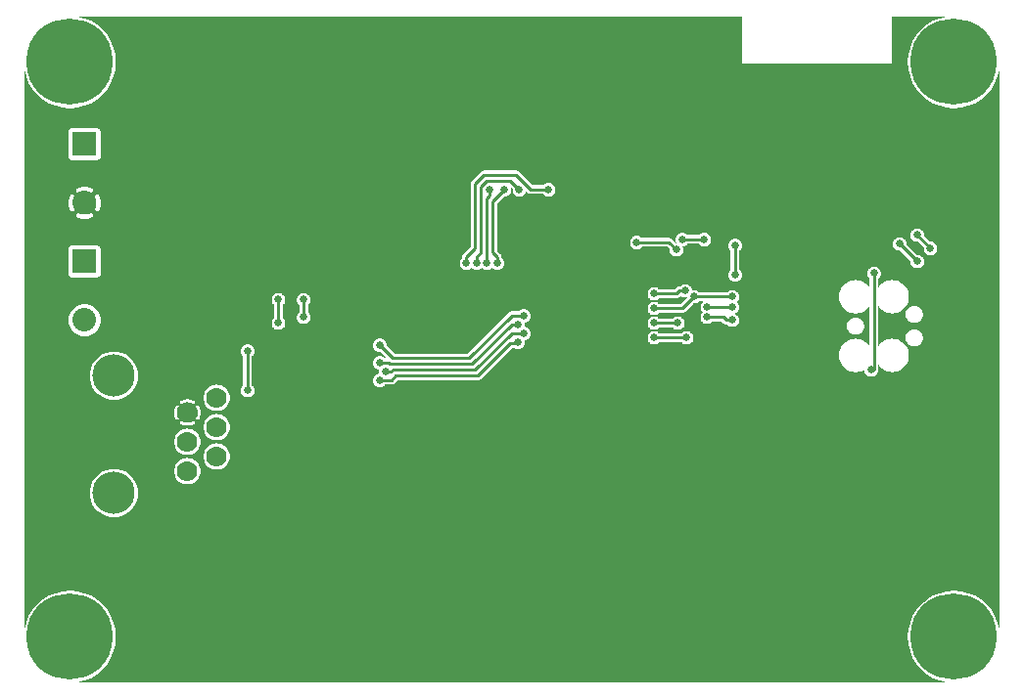
<source format=gbr>
G04 start of page 3 for group 1 idx 1 *
G04 Title: (unknown), bottom *
G04 Creator: pcb 4.0.2 *
G04 CreationDate: Sun Oct 16 03:55:39 2022 UTC *
G04 For: ndholmes *
G04 Format: Gerber/RS-274X *
G04 PCB-Dimensions (mil): 3350.00 2300.00 *
G04 PCB-Coordinate-Origin: lower left *
%MOIN*%
%FSLAX25Y25*%
%LNBOTTOM*%
%ADD44C,0.0480*%
%ADD43C,0.0300*%
%ADD42C,0.1280*%
%ADD41C,0.1285*%
%ADD40C,0.0390*%
%ADD39C,0.0935*%
%ADD38C,0.0120*%
%ADD37C,0.0260*%
%ADD36C,0.0800*%
%ADD35C,0.0700*%
%ADD34C,0.1440*%
%ADD33C,0.2937*%
%ADD32C,0.0100*%
%ADD31C,0.0001*%
G54D31*G36*
X302496Y14393D02*X303038Y12138D01*
X303982Y9858D01*
X305272Y7753D01*
X306876Y5876D01*
X308753Y4272D01*
X310858Y2982D01*
X313138Y2038D01*
X315378Y1500D01*
X302496D01*
Y14393D01*
G37*
G36*
X307746Y201132D02*X308753Y200272D01*
X310858Y198982D01*
X313138Y198038D01*
X315539Y197461D01*
X318000Y197268D01*
X320461Y197461D01*
X322862Y198038D01*
X325142Y198982D01*
X327247Y200272D01*
X329124Y201876D01*
X330728Y203753D01*
X332018Y205858D01*
X332962Y208138D01*
X333500Y210378D01*
Y19622D01*
X332962Y21862D01*
X332018Y24142D01*
X330728Y26247D01*
X329124Y28124D01*
X327247Y29728D01*
X325142Y31018D01*
X322862Y31962D01*
X320461Y32539D01*
X318000Y32732D01*
X315539Y32539D01*
X313138Y31962D01*
X310858Y31018D01*
X308753Y29728D01*
X307746Y28868D01*
Y144505D01*
X307779Y144639D01*
X307800Y145000D01*
X307779Y145361D01*
X307746Y145495D01*
Y149034D01*
X307806Y148787D01*
X307944Y148453D01*
X308134Y148144D01*
X308369Y147869D01*
X308644Y147634D01*
X308953Y147444D01*
X309287Y147306D01*
X309639Y147221D01*
X310000Y147193D01*
X310361Y147221D01*
X310713Y147306D01*
X311047Y147444D01*
X311356Y147634D01*
X311631Y147869D01*
X311866Y148144D01*
X312056Y148453D01*
X312194Y148787D01*
X312279Y149139D01*
X312300Y149500D01*
X312279Y149861D01*
X312194Y150213D01*
X312056Y150547D01*
X311866Y150856D01*
X311631Y151131D01*
X311356Y151366D01*
X311047Y151556D01*
X310713Y151694D01*
X310361Y151779D01*
X310000Y151807D01*
X309828Y151794D01*
X307790Y153831D01*
X307800Y154000D01*
X307779Y154361D01*
X307746Y154495D01*
Y201132D01*
G37*
G36*
Y28868D02*X306876Y28124D01*
X305272Y26247D01*
X303982Y24142D01*
X303038Y21862D01*
X302496Y19607D01*
Y111585D01*
X302622Y112109D01*
X302675Y113000D01*
X302622Y113891D01*
X302496Y114415D01*
Y116832D01*
X302761Y116606D01*
X303157Y116363D01*
X303586Y116186D01*
X304037Y116077D01*
X304500Y116041D01*
X304963Y116077D01*
X305414Y116186D01*
X305843Y116363D01*
X306239Y116606D01*
X306592Y116908D01*
X306894Y117261D01*
X307137Y117657D01*
X307314Y118086D01*
X307423Y118537D01*
X307450Y119000D01*
X307423Y119463D01*
X307314Y119914D01*
X307137Y120343D01*
X306894Y120739D01*
X306592Y121092D01*
X306239Y121394D01*
X305843Y121637D01*
X305414Y121814D01*
X304963Y121923D01*
X304500Y121959D01*
X304037Y121923D01*
X303586Y121814D01*
X303157Y121637D01*
X302761Y121394D01*
X302496Y121168D01*
Y124832D01*
X302761Y124606D01*
X303157Y124363D01*
X303586Y124186D01*
X304037Y124077D01*
X304500Y124041D01*
X304963Y124077D01*
X305414Y124186D01*
X305843Y124363D01*
X306239Y124606D01*
X306592Y124908D01*
X306894Y125261D01*
X307137Y125657D01*
X307314Y126086D01*
X307423Y126537D01*
X307450Y127000D01*
X307423Y127463D01*
X307314Y127914D01*
X307137Y128343D01*
X306894Y128739D01*
X306592Y129092D01*
X306239Y129394D01*
X305843Y129637D01*
X305414Y129814D01*
X304963Y129923D01*
X304500Y129959D01*
X304037Y129923D01*
X303586Y129814D01*
X303157Y129637D01*
X302761Y129394D01*
X302496Y129168D01*
Y131585D01*
X302622Y132109D01*
X302675Y133000D01*
X302622Y133891D01*
X302496Y134415D01*
Y145882D01*
X303206Y145172D01*
X303193Y145000D01*
X303221Y144639D01*
X303306Y144287D01*
X303444Y143953D01*
X303634Y143644D01*
X303869Y143369D01*
X304144Y143134D01*
X304453Y142944D01*
X304787Y142806D01*
X305139Y142721D01*
X305500Y142693D01*
X305861Y142721D01*
X306213Y142806D01*
X306547Y142944D01*
X306856Y143134D01*
X307131Y143369D01*
X307366Y143644D01*
X307556Y143953D01*
X307694Y144287D01*
X307746Y144505D01*
Y28868D01*
G37*
G36*
X302496Y210393D02*X303038Y208138D01*
X303982Y205858D01*
X305272Y203753D01*
X306876Y201876D01*
X307746Y201132D01*
Y154495D01*
X307694Y154713D01*
X307556Y155047D01*
X307366Y155356D01*
X307131Y155631D01*
X306856Y155866D01*
X306547Y156056D01*
X306213Y156194D01*
X305861Y156279D01*
X305500Y156307D01*
X305139Y156279D01*
X304787Y156194D01*
X304453Y156056D01*
X304144Y155866D01*
X303869Y155631D01*
X303634Y155356D01*
X303444Y155047D01*
X303306Y154713D01*
X303221Y154361D01*
X303193Y154000D01*
X303221Y153639D01*
X303306Y153287D01*
X303444Y152953D01*
X303634Y152644D01*
X303869Y152369D01*
X304144Y152134D01*
X304453Y151944D01*
X304787Y151806D01*
X305139Y151721D01*
X305500Y151693D01*
X305672Y151706D01*
X307706Y149672D01*
X307693Y149500D01*
X307721Y149139D01*
X307746Y149034D01*
Y145495D01*
X307694Y145713D01*
X307556Y146047D01*
X307366Y146356D01*
X307131Y146631D01*
X306856Y146866D01*
X306547Y147056D01*
X306213Y147194D01*
X305861Y147279D01*
X305500Y147307D01*
X305328Y147294D01*
X302496Y150125D01*
Y210393D01*
G37*
G36*
Y228500D02*X315378D01*
X313138Y227962D01*
X310858Y227018D01*
X308753Y225728D01*
X306876Y224124D01*
X305272Y222247D01*
X303982Y220142D01*
X303038Y217862D01*
X302496Y215607D01*
Y228500D01*
G37*
G36*
Y114415D02*X302414Y114759D01*
X302072Y115584D01*
X301605Y116346D01*
X301025Y117025D01*
X300346Y117605D01*
X299584Y118072D01*
X298759Y118414D01*
X297891Y118622D01*
X297000Y118693D01*
X296109Y118622D01*
X295241Y118414D01*
X294416Y118072D01*
X293654Y117605D01*
X292975Y117025D01*
X292395Y116346D01*
X292300Y116191D01*
Y129809D01*
X292395Y129654D01*
X292975Y128975D01*
X293654Y128395D01*
X294416Y127928D01*
X295241Y127586D01*
X296109Y127378D01*
X297000Y127307D01*
X297891Y127378D01*
X298759Y127586D01*
X299584Y127928D01*
X300346Y128395D01*
X301025Y128975D01*
X301605Y129654D01*
X302072Y130416D01*
X302414Y131241D01*
X302496Y131585D01*
Y129168D01*
X302408Y129092D01*
X302106Y128739D01*
X301863Y128343D01*
X301686Y127914D01*
X301577Y127463D01*
X301541Y127000D01*
X301577Y126537D01*
X301686Y126086D01*
X301863Y125657D01*
X302106Y125261D01*
X302408Y124908D01*
X302496Y124832D01*
Y121168D01*
X302408Y121092D01*
X302106Y120739D01*
X301863Y120343D01*
X301686Y119914D01*
X301577Y119463D01*
X301541Y119000D01*
X301577Y118537D01*
X301686Y118086D01*
X301863Y117657D01*
X302106Y117261D01*
X302408Y116908D01*
X302496Y116832D01*
Y114415D01*
G37*
G36*
Y19607D02*X302461Y19461D01*
X302268Y17000D01*
X302461Y14539D01*
X302496Y14393D01*
Y1500D01*
X290741D01*
Y105900D01*
X290847Y105944D01*
X291156Y106134D01*
X291431Y106369D01*
X291666Y106644D01*
X291825Y106903D01*
X291864Y106936D01*
X292017Y107116D01*
X292141Y107317D01*
X292231Y107535D01*
X292286Y107765D01*
X292300Y108000D01*
Y109809D01*
X292395Y109654D01*
X292975Y108975D01*
X293654Y108395D01*
X294416Y107928D01*
X295241Y107586D01*
X296109Y107378D01*
X297000Y107307D01*
X297891Y107378D01*
X298759Y107586D01*
X299584Y107928D01*
X300346Y108395D01*
X301025Y108975D01*
X301605Y109654D01*
X302072Y110416D01*
X302414Y111241D01*
X302496Y111585D01*
Y19607D01*
G37*
G36*
X290741Y212500D02*X297000D01*
Y228500D01*
X302496D01*
Y215607D01*
X302461Y215461D01*
X302268Y213000D01*
X302461Y210539D01*
X302496Y210393D01*
Y150125D01*
X301790Y150831D01*
X301800Y151000D01*
X301779Y151361D01*
X301694Y151713D01*
X301556Y152047D01*
X301366Y152356D01*
X301131Y152631D01*
X300856Y152866D01*
X300547Y153056D01*
X300213Y153194D01*
X299861Y153279D01*
X299500Y153307D01*
X299139Y153279D01*
X298787Y153194D01*
X298453Y153056D01*
X298144Y152866D01*
X297869Y152631D01*
X297634Y152356D01*
X297444Y152047D01*
X297306Y151713D01*
X297221Y151361D01*
X297193Y151000D01*
X297221Y150639D01*
X297306Y150287D01*
X297444Y149953D01*
X297634Y149644D01*
X297869Y149369D01*
X298144Y149134D01*
X298453Y148944D01*
X298787Y148806D01*
X299139Y148721D01*
X299500Y148693D01*
X299672Y148706D01*
X302496Y145882D01*
Y134415D01*
X302414Y134759D01*
X302072Y135584D01*
X301605Y136346D01*
X301025Y137025D01*
X300346Y137605D01*
X299584Y138072D01*
X298759Y138414D01*
X297891Y138622D01*
X297000Y138693D01*
X296109Y138622D01*
X295241Y138414D01*
X294416Y138072D01*
X293654Y137605D01*
X292975Y137025D01*
X292395Y136346D01*
X292300Y136191D01*
Y139256D01*
X292431Y139369D01*
X292666Y139644D01*
X292856Y139953D01*
X292994Y140287D01*
X293079Y140639D01*
X293100Y141000D01*
X293079Y141361D01*
X292994Y141713D01*
X292856Y142047D01*
X292666Y142356D01*
X292431Y142631D01*
X292156Y142866D01*
X291847Y143056D01*
X291513Y143194D01*
X291161Y143279D01*
X290800Y143307D01*
X290741Y143302D01*
Y212500D01*
G37*
G36*
X284495Y107308D02*X284500Y107307D01*
X285391Y107378D01*
X286259Y107586D01*
X287084Y107928D01*
X287508Y108187D01*
X287493Y108000D01*
X287521Y107639D01*
X287606Y107287D01*
X287744Y106953D01*
X287934Y106644D01*
X288169Y106369D01*
X288444Y106134D01*
X288753Y105944D01*
X289087Y105806D01*
X289439Y105721D01*
X289800Y105693D01*
X290161Y105721D01*
X290513Y105806D01*
X290741Y105900D01*
Y1500D01*
X284495D01*
Y107308D01*
G37*
G36*
Y127308D02*X284500Y127307D01*
X285391Y127378D01*
X286259Y127586D01*
X287084Y127928D01*
X287846Y128395D01*
X288525Y128975D01*
X289105Y129654D01*
X289300Y129972D01*
Y116028D01*
X289105Y116346D01*
X288525Y117025D01*
X287846Y117605D01*
X287084Y118072D01*
X286259Y118414D01*
X285391Y118622D01*
X284500Y118693D01*
X284495Y118692D01*
Y120041D01*
X284500Y120041D01*
X284963Y120077D01*
X285414Y120186D01*
X285843Y120363D01*
X286239Y120606D01*
X286592Y120908D01*
X286894Y121261D01*
X287137Y121657D01*
X287314Y122086D01*
X287423Y122537D01*
X287450Y123000D01*
X287423Y123463D01*
X287314Y123914D01*
X287137Y124343D01*
X286894Y124739D01*
X286592Y125092D01*
X286239Y125394D01*
X285843Y125637D01*
X285414Y125814D01*
X284963Y125923D01*
X284500Y125959D01*
X284495Y125959D01*
Y127308D01*
G37*
G36*
Y212500D02*X290741D01*
Y143302D01*
X290439Y143279D01*
X290087Y143194D01*
X289753Y143056D01*
X289444Y142866D01*
X289169Y142631D01*
X288934Y142356D01*
X288744Y142047D01*
X288606Y141713D01*
X288521Y141361D01*
X288493Y141000D01*
X288521Y140639D01*
X288606Y140287D01*
X288744Y139953D01*
X288934Y139644D01*
X289169Y139369D01*
X289300Y139256D01*
Y136028D01*
X289105Y136346D01*
X288525Y137025D01*
X287846Y137605D01*
X287084Y138072D01*
X286259Y138414D01*
X285391Y138622D01*
X284500Y138693D01*
X284495Y138692D01*
Y212500D01*
G37*
G36*
X243496Y228500D02*X246000D01*
Y212500D01*
X284495D01*
Y138692D01*
X283609Y138622D01*
X282741Y138414D01*
X281916Y138072D01*
X281154Y137605D01*
X280475Y137025D01*
X279895Y136346D01*
X279428Y135584D01*
X279086Y134759D01*
X278878Y133891D01*
X278807Y133000D01*
X278878Y132109D01*
X279086Y131241D01*
X279428Y130416D01*
X279895Y129654D01*
X280475Y128975D01*
X281154Y128395D01*
X281916Y127928D01*
X282741Y127586D01*
X283609Y127378D01*
X284495Y127308D01*
Y125959D01*
X284037Y125923D01*
X283586Y125814D01*
X283157Y125637D01*
X282761Y125394D01*
X282408Y125092D01*
X282106Y124739D01*
X281863Y124343D01*
X281686Y123914D01*
X281577Y123463D01*
X281541Y123000D01*
X281577Y122537D01*
X281686Y122086D01*
X281863Y121657D01*
X282106Y121261D01*
X282408Y120908D01*
X282761Y120606D01*
X283157Y120363D01*
X283586Y120186D01*
X284037Y120077D01*
X284495Y120041D01*
Y118692D01*
X283609Y118622D01*
X282741Y118414D01*
X281916Y118072D01*
X281154Y117605D01*
X280475Y117025D01*
X279895Y116346D01*
X279428Y115584D01*
X279086Y114759D01*
X278878Y113891D01*
X278807Y113000D01*
X278878Y112109D01*
X279086Y111241D01*
X279428Y110416D01*
X279895Y109654D01*
X280475Y108975D01*
X281154Y108395D01*
X281916Y107928D01*
X282741Y107586D01*
X283609Y107378D01*
X284495Y107308D01*
Y1500D01*
X243496D01*
Y122923D01*
X243547Y122944D01*
X243856Y123134D01*
X244131Y123369D01*
X244366Y123644D01*
X244556Y123953D01*
X244694Y124287D01*
X244779Y124639D01*
X244800Y125000D01*
X244779Y125361D01*
X244694Y125713D01*
X244556Y126047D01*
X244366Y126356D01*
X244131Y126631D01*
X243856Y126866D01*
X243547Y127056D01*
X243496Y127077D01*
Y127423D01*
X243547Y127444D01*
X243856Y127634D01*
X244131Y127869D01*
X244366Y128144D01*
X244556Y128453D01*
X244694Y128787D01*
X244779Y129139D01*
X244800Y129500D01*
X244779Y129861D01*
X244694Y130213D01*
X244556Y130547D01*
X244366Y130856D01*
X244131Y131131D01*
X243992Y131250D01*
X244131Y131369D01*
X244366Y131644D01*
X244556Y131953D01*
X244694Y132287D01*
X244779Y132639D01*
X244800Y133000D01*
X244779Y133361D01*
X244694Y133713D01*
X244556Y134047D01*
X244366Y134356D01*
X244131Y134631D01*
X243856Y134866D01*
X243547Y135056D01*
X243496Y135077D01*
Y138193D01*
X243500Y138193D01*
X243861Y138221D01*
X244213Y138306D01*
X244547Y138444D01*
X244856Y138634D01*
X245131Y138869D01*
X245366Y139144D01*
X245556Y139453D01*
X245694Y139787D01*
X245779Y140139D01*
X245800Y140500D01*
X245779Y140861D01*
X245694Y141213D01*
X245556Y141547D01*
X245366Y141856D01*
X245131Y142131D01*
X245000Y142244D01*
Y148756D01*
X245131Y148869D01*
X245366Y149144D01*
X245556Y149453D01*
X245694Y149787D01*
X245779Y150139D01*
X245800Y150500D01*
X245779Y150861D01*
X245694Y151213D01*
X245556Y151547D01*
X245366Y151856D01*
X245131Y152131D01*
X244856Y152366D01*
X244547Y152556D01*
X244213Y152694D01*
X243861Y152779D01*
X243500Y152807D01*
X243496Y152807D01*
Y228500D01*
G37*
G36*
Y127077D02*X243213Y127194D01*
X242980Y127250D01*
X243213Y127306D01*
X243496Y127423D01*
Y127077D01*
G37*
G36*
Y1500D02*X229246D01*
Y118505D01*
X229279Y118639D01*
X229300Y119000D01*
X229279Y119361D01*
X229246Y119495D01*
Y130625D01*
X229328Y130706D01*
X229500Y130693D01*
X229861Y130721D01*
X230213Y130806D01*
X230547Y130944D01*
X230856Y131134D01*
X231131Y131369D01*
X231244Y131500D01*
X232862D01*
X232644Y131366D01*
X232369Y131131D01*
X232134Y130856D01*
X231944Y130547D01*
X231806Y130213D01*
X231721Y129861D01*
X231693Y129500D01*
X231721Y129139D01*
X231806Y128787D01*
X231944Y128453D01*
X232134Y128144D01*
X232369Y127869D01*
X232508Y127750D01*
X232369Y127631D01*
X232134Y127356D01*
X231944Y127047D01*
X231806Y126713D01*
X231721Y126361D01*
X231693Y126000D01*
X231721Y125639D01*
X231806Y125287D01*
X231944Y124953D01*
X232134Y124644D01*
X232369Y124369D01*
X232644Y124134D01*
X232953Y123944D01*
X233287Y123806D01*
X233639Y123721D01*
X234000Y123693D01*
X234361Y123721D01*
X234713Y123806D01*
X235047Y123944D01*
X235356Y124134D01*
X235631Y124369D01*
X235744Y124500D01*
X238879D01*
X239398Y123981D01*
X239436Y123936D01*
X239616Y123783D01*
X239817Y123659D01*
X240035Y123569D01*
X240265Y123514D01*
X240500Y123495D01*
X240559Y123500D01*
X240756D01*
X240869Y123369D01*
X241144Y123134D01*
X241453Y122944D01*
X241787Y122806D01*
X242139Y122721D01*
X242500Y122693D01*
X242861Y122721D01*
X243213Y122806D01*
X243496Y122923D01*
Y1500D01*
G37*
G36*
X229246Y228500D02*X243496D01*
Y152807D01*
X243139Y152779D01*
X242787Y152694D01*
X242453Y152556D01*
X242144Y152366D01*
X241869Y152131D01*
X241634Y151856D01*
X241444Y151547D01*
X241306Y151213D01*
X241221Y150861D01*
X241193Y150500D01*
X241221Y150139D01*
X241306Y149787D01*
X241444Y149453D01*
X241634Y149144D01*
X241869Y148869D01*
X242000Y148756D01*
Y142244D01*
X241869Y142131D01*
X241634Y141856D01*
X241444Y141547D01*
X241306Y141213D01*
X241221Y140861D01*
X241193Y140500D01*
X241221Y140139D01*
X241306Y139787D01*
X241444Y139453D01*
X241634Y139144D01*
X241869Y138869D01*
X242144Y138634D01*
X242453Y138444D01*
X242787Y138306D01*
X243139Y138221D01*
X243496Y138193D01*
Y135077D01*
X243213Y135194D01*
X242861Y135279D01*
X242500Y135307D01*
X242139Y135279D01*
X241787Y135194D01*
X241453Y135056D01*
X241144Y134866D01*
X240869Y134631D01*
X240756Y134500D01*
X231244D01*
X231131Y134631D01*
X230856Y134866D01*
X230547Y135056D01*
X230213Y135194D01*
X229861Y135279D01*
X229500Y135307D01*
X229246Y135287D01*
Y151000D01*
X231256D01*
X231369Y150869D01*
X231644Y150634D01*
X231953Y150444D01*
X232287Y150306D01*
X232639Y150221D01*
X233000Y150193D01*
X233361Y150221D01*
X233713Y150306D01*
X234047Y150444D01*
X234356Y150634D01*
X234631Y150869D01*
X234866Y151144D01*
X235056Y151453D01*
X235194Y151787D01*
X235279Y152139D01*
X235300Y152500D01*
X235279Y152861D01*
X235194Y153213D01*
X235056Y153547D01*
X234866Y153856D01*
X234631Y154131D01*
X234356Y154366D01*
X234047Y154556D01*
X233713Y154694D01*
X233361Y154779D01*
X233000Y154807D01*
X232639Y154779D01*
X232287Y154694D01*
X231953Y154556D01*
X231644Y154366D01*
X231369Y154131D01*
X231256Y154000D01*
X229246D01*
Y228500D01*
G37*
G36*
X219996Y117500D02*X225256D01*
X225369Y117369D01*
X225644Y117134D01*
X225953Y116944D01*
X226287Y116806D01*
X226639Y116721D01*
X227000Y116693D01*
X227361Y116721D01*
X227713Y116806D01*
X228047Y116944D01*
X228356Y117134D01*
X228631Y117369D01*
X228866Y117644D01*
X229056Y117953D01*
X229194Y118287D01*
X229246Y118505D01*
Y1500D01*
X219996D01*
Y117500D01*
G37*
G36*
Y127500D02*X225441D01*
X225500Y127495D01*
X225735Y127514D01*
X225735Y127514D01*
X225965Y127569D01*
X226183Y127659D01*
X226384Y127783D01*
X226564Y127936D01*
X226602Y127981D01*
X229246Y130625D01*
Y119495D01*
X229194Y119713D01*
X229056Y120047D01*
X228866Y120356D01*
X228631Y120631D01*
X228356Y120866D01*
X228047Y121056D01*
X227713Y121194D01*
X227361Y121279D01*
X227000Y121307D01*
X226639Y121279D01*
X226287Y121194D01*
X225953Y121056D01*
X225644Y120866D01*
X225369Y120631D01*
X225256Y120500D01*
X219996D01*
Y122500D01*
X222256D01*
X222369Y122369D01*
X222644Y122134D01*
X222953Y121944D01*
X223287Y121806D01*
X223639Y121721D01*
X224000Y121693D01*
X224361Y121721D01*
X224713Y121806D01*
X225047Y121944D01*
X225356Y122134D01*
X225631Y122369D01*
X225866Y122644D01*
X226056Y122953D01*
X226194Y123287D01*
X226279Y123639D01*
X226300Y124000D01*
X226279Y124361D01*
X226194Y124713D01*
X226056Y125047D01*
X225866Y125356D01*
X225631Y125631D01*
X225356Y125866D01*
X225047Y126056D01*
X224713Y126194D01*
X224361Y126279D01*
X224000Y126307D01*
X223639Y126279D01*
X223287Y126194D01*
X222953Y126056D01*
X222644Y125866D01*
X222369Y125631D01*
X222256Y125500D01*
X219996D01*
Y127500D01*
G37*
G36*
Y132500D02*X223441D01*
X223500Y132495D01*
X223735Y132514D01*
X223735Y132514D01*
X223965Y132569D01*
X224183Y132659D01*
X224384Y132783D01*
X224564Y132936D01*
X224602Y132981D01*
X224934Y133313D01*
X225144Y133134D01*
X225453Y132944D01*
X225787Y132806D01*
X226139Y132721D01*
X226500Y132693D01*
X226861Y132721D01*
X227176Y132797D01*
X224879Y130500D01*
X219996D01*
Y132500D01*
G37*
G36*
Y150000D02*X220379D01*
X221206Y149172D01*
X221193Y149000D01*
X221221Y148639D01*
X221306Y148287D01*
X221444Y147953D01*
X221634Y147644D01*
X221869Y147369D01*
X222144Y147134D01*
X222453Y146944D01*
X222787Y146806D01*
X223139Y146721D01*
X223500Y146693D01*
X223861Y146721D01*
X224213Y146806D01*
X224547Y146944D01*
X224856Y147134D01*
X225131Y147369D01*
X225366Y147644D01*
X225556Y147953D01*
X225694Y148287D01*
X225779Y148639D01*
X225800Y149000D01*
X225779Y149361D01*
X225694Y149713D01*
X225556Y150047D01*
X225465Y150196D01*
X225500Y150193D01*
X225861Y150221D01*
X226213Y150306D01*
X226547Y150444D01*
X226856Y150634D01*
X227131Y150869D01*
X227244Y151000D01*
X229246D01*
Y135287D01*
X229139Y135279D01*
X228789Y135195D01*
X228779Y135361D01*
X228694Y135713D01*
X228556Y136047D01*
X228366Y136356D01*
X228131Y136631D01*
X227856Y136866D01*
X227547Y137056D01*
X227213Y137194D01*
X226861Y137279D01*
X226500Y137307D01*
X226139Y137279D01*
X225787Y137194D01*
X225453Y137056D01*
X225144Y136866D01*
X224869Y136631D01*
X224756Y136500D01*
X224559D01*
X224500Y136505D01*
X224265Y136486D01*
X224035Y136431D01*
X223817Y136341D01*
X223616Y136217D01*
X223615Y136217D01*
X223436Y136064D01*
X223398Y136019D01*
X222879Y135500D01*
X219996D01*
Y150000D01*
G37*
G36*
Y228500D02*X229246D01*
Y154000D01*
X227244D01*
X227131Y154131D01*
X226856Y154366D01*
X226547Y154556D01*
X226213Y154694D01*
X225861Y154779D01*
X225500Y154807D01*
X225139Y154779D01*
X224787Y154694D01*
X224453Y154556D01*
X224144Y154366D01*
X223869Y154131D01*
X223634Y153856D01*
X223444Y153547D01*
X223306Y153213D01*
X223221Y152861D01*
X223193Y152500D01*
X223221Y152139D01*
X223306Y151787D01*
X223444Y151453D01*
X223535Y151304D01*
X223500Y151307D01*
X223328Y151294D01*
X222102Y152519D01*
X222064Y152564D01*
X221884Y152717D01*
X221683Y152841D01*
X221465Y152931D01*
X221235Y152986D01*
X221000Y153005D01*
X220941Y153000D01*
X219996D01*
Y228500D01*
G37*
G36*
X165996D02*X219996D01*
Y153000D01*
X211744D01*
X211631Y153131D01*
X211356Y153366D01*
X211047Y153556D01*
X210713Y153694D01*
X210361Y153779D01*
X210000Y153807D01*
X209639Y153779D01*
X209287Y153694D01*
X208953Y153556D01*
X208644Y153366D01*
X208369Y153131D01*
X208134Y152856D01*
X207944Y152547D01*
X207806Y152213D01*
X207721Y151861D01*
X207693Y151500D01*
X207721Y151139D01*
X207806Y150787D01*
X207944Y150453D01*
X208134Y150144D01*
X208369Y149869D01*
X208644Y149634D01*
X208953Y149444D01*
X209287Y149306D01*
X209639Y149221D01*
X210000Y149193D01*
X210361Y149221D01*
X210713Y149306D01*
X211047Y149444D01*
X211356Y149634D01*
X211631Y149869D01*
X211744Y150000D01*
X219996D01*
Y135500D01*
X217744D01*
X217631Y135631D01*
X217356Y135866D01*
X217047Y136056D01*
X216713Y136194D01*
X216361Y136279D01*
X216000Y136307D01*
X215639Y136279D01*
X215287Y136194D01*
X214953Y136056D01*
X214644Y135866D01*
X214369Y135631D01*
X214134Y135356D01*
X213944Y135047D01*
X213806Y134713D01*
X213721Y134361D01*
X213693Y134000D01*
X213721Y133639D01*
X213806Y133287D01*
X213944Y132953D01*
X214134Y132644D01*
X214369Y132369D01*
X214644Y132134D01*
X214953Y131944D01*
X215287Y131806D01*
X215639Y131721D01*
X216000Y131693D01*
X216361Y131721D01*
X216713Y131806D01*
X217047Y131944D01*
X217356Y132134D01*
X217631Y132369D01*
X217744Y132500D01*
X219996D01*
Y130500D01*
X217744D01*
X217631Y130631D01*
X217356Y130866D01*
X217047Y131056D01*
X216713Y131194D01*
X216361Y131279D01*
X216000Y131307D01*
X215639Y131279D01*
X215287Y131194D01*
X214953Y131056D01*
X214644Y130866D01*
X214369Y130631D01*
X214134Y130356D01*
X213944Y130047D01*
X213806Y129713D01*
X213721Y129361D01*
X213693Y129000D01*
X213721Y128639D01*
X213806Y128287D01*
X213944Y127953D01*
X214134Y127644D01*
X214369Y127369D01*
X214644Y127134D01*
X214953Y126944D01*
X215287Y126806D01*
X215639Y126721D01*
X216000Y126693D01*
X216361Y126721D01*
X216713Y126806D01*
X217047Y126944D01*
X217356Y127134D01*
X217631Y127369D01*
X217744Y127500D01*
X219996D01*
Y125500D01*
X217744D01*
X217631Y125631D01*
X217356Y125866D01*
X217047Y126056D01*
X216713Y126194D01*
X216361Y126279D01*
X216000Y126307D01*
X215639Y126279D01*
X215287Y126194D01*
X214953Y126056D01*
X214644Y125866D01*
X214369Y125631D01*
X214134Y125356D01*
X213944Y125047D01*
X213806Y124713D01*
X213721Y124361D01*
X213693Y124000D01*
X213721Y123639D01*
X213806Y123287D01*
X213944Y122953D01*
X214134Y122644D01*
X214369Y122369D01*
X214644Y122134D01*
X214953Y121944D01*
X215287Y121806D01*
X215639Y121721D01*
X216000Y121693D01*
X216361Y121721D01*
X216713Y121806D01*
X217047Y121944D01*
X217356Y122134D01*
X217631Y122369D01*
X217744Y122500D01*
X219996D01*
Y120500D01*
X217744D01*
X217631Y120631D01*
X217356Y120866D01*
X217047Y121056D01*
X216713Y121194D01*
X216361Y121279D01*
X216000Y121307D01*
X215639Y121279D01*
X215287Y121194D01*
X214953Y121056D01*
X214644Y120866D01*
X214369Y120631D01*
X214134Y120356D01*
X213944Y120047D01*
X213806Y119713D01*
X213721Y119361D01*
X213693Y119000D01*
X213721Y118639D01*
X213806Y118287D01*
X213944Y117953D01*
X214134Y117644D01*
X214369Y117369D01*
X214644Y117134D01*
X214953Y116944D01*
X215287Y116806D01*
X215639Y116721D01*
X216000Y116693D01*
X216361Y116721D01*
X216713Y116806D01*
X217047Y116944D01*
X217356Y117134D01*
X217631Y117369D01*
X217744Y117500D01*
X219996D01*
Y1500D01*
X165996D01*
Y113875D01*
X167621Y115500D01*
X168362D01*
X168453Y115444D01*
X168787Y115306D01*
X169139Y115221D01*
X169500Y115193D01*
X169861Y115221D01*
X170213Y115306D01*
X170547Y115444D01*
X170856Y115634D01*
X171131Y115869D01*
X171366Y116144D01*
X171556Y116453D01*
X171694Y116787D01*
X171779Y117139D01*
X171800Y117500D01*
X171779Y117861D01*
X171695Y118208D01*
X171861Y118221D01*
X172213Y118306D01*
X172547Y118444D01*
X172856Y118634D01*
X173131Y118869D01*
X173366Y119144D01*
X173556Y119453D01*
X173694Y119787D01*
X173779Y120139D01*
X173800Y120500D01*
X173779Y120861D01*
X173694Y121213D01*
X173556Y121547D01*
X173366Y121856D01*
X173131Y122131D01*
X172856Y122366D01*
X172547Y122556D01*
X172213Y122694D01*
X171861Y122779D01*
X171695Y122792D01*
X171779Y123139D01*
X171800Y123500D01*
X171779Y123861D01*
X171695Y124208D01*
X171861Y124221D01*
X172213Y124306D01*
X172547Y124444D01*
X172856Y124634D01*
X173131Y124869D01*
X173366Y125144D01*
X173556Y125453D01*
X173694Y125787D01*
X173779Y126139D01*
X173800Y126500D01*
X173779Y126861D01*
X173694Y127213D01*
X173556Y127547D01*
X173366Y127856D01*
X173131Y128131D01*
X172856Y128366D01*
X172547Y128556D01*
X172213Y128694D01*
X171861Y128779D01*
X171500Y128807D01*
X171139Y128779D01*
X170787Y128694D01*
X170453Y128556D01*
X170144Y128366D01*
X169869Y128131D01*
X169756Y128000D01*
X167559D01*
X167500Y128005D01*
X167265Y127986D01*
X167035Y127931D01*
X166817Y127841D01*
X166616Y127717D01*
X166615Y127717D01*
X166436Y127564D01*
X166398Y127519D01*
X165996Y127118D01*
Y167423D01*
X166047Y167444D01*
X166356Y167634D01*
X166631Y167869D01*
X166866Y168144D01*
X167056Y168453D01*
X167194Y168787D01*
X167279Y169139D01*
X167300Y169500D01*
X167279Y169861D01*
X167203Y170176D01*
X167706Y169672D01*
X167693Y169500D01*
X167721Y169139D01*
X167806Y168787D01*
X167944Y168453D01*
X168134Y168144D01*
X168369Y167869D01*
X168644Y167634D01*
X168953Y167444D01*
X169287Y167306D01*
X169639Y167221D01*
X170000Y167193D01*
X170361Y167221D01*
X170713Y167306D01*
X171047Y167444D01*
X171356Y167634D01*
X171631Y167869D01*
X171866Y168144D01*
X172056Y168453D01*
X172194Y168787D01*
X172271Y169108D01*
X172898Y168481D01*
X172936Y168436D01*
X173116Y168283D01*
X173317Y168159D01*
X173535Y168069D01*
X173765Y168014D01*
X174000Y167995D01*
X174059Y168000D01*
X178256D01*
X178369Y167869D01*
X178644Y167634D01*
X178953Y167444D01*
X179287Y167306D01*
X179639Y167221D01*
X180000Y167193D01*
X180361Y167221D01*
X180713Y167306D01*
X181047Y167444D01*
X181356Y167634D01*
X181631Y167869D01*
X181866Y168144D01*
X182056Y168453D01*
X182194Y168787D01*
X182279Y169139D01*
X182300Y169500D01*
X182279Y169861D01*
X182194Y170213D01*
X182056Y170547D01*
X181866Y170856D01*
X181631Y171131D01*
X181356Y171366D01*
X181047Y171556D01*
X180713Y171694D01*
X180361Y171779D01*
X180000Y171807D01*
X179639Y171779D01*
X179287Y171694D01*
X178953Y171556D01*
X178644Y171366D01*
X178369Y171131D01*
X178256Y171000D01*
X174621D01*
X170102Y175519D01*
X170064Y175564D01*
X169884Y175717D01*
X169683Y175841D01*
X169465Y175931D01*
X169235Y175986D01*
X169000Y176005D01*
X168941Y176000D01*
X165996D01*
Y228500D01*
G37*
G36*
X96571D02*X165996D01*
Y176000D01*
X158059D01*
X158000Y176005D01*
X157765Y175986D01*
X157535Y175931D01*
X157317Y175841D01*
X157116Y175717D01*
X157115Y175717D01*
X156936Y175564D01*
X156898Y175519D01*
X153981Y172602D01*
X153936Y172564D01*
X153783Y172384D01*
X153659Y172183D01*
X153569Y171965D01*
X153514Y171735D01*
X153514Y171735D01*
X153495Y171500D01*
X153500Y171441D01*
Y150121D01*
X150981Y147602D01*
X150936Y147564D01*
X150783Y147384D01*
X150659Y147183D01*
X150569Y146965D01*
X150514Y146735D01*
X150514Y146735D01*
X150495Y146500D01*
X150500Y146441D01*
Y146244D01*
X150369Y146131D01*
X150134Y145856D01*
X149944Y145547D01*
X149806Y145213D01*
X149721Y144861D01*
X149693Y144500D01*
X149721Y144139D01*
X149806Y143787D01*
X149944Y143453D01*
X150134Y143144D01*
X150369Y142869D01*
X150644Y142634D01*
X150953Y142444D01*
X151287Y142306D01*
X151639Y142221D01*
X152000Y142193D01*
X152361Y142221D01*
X152713Y142306D01*
X153047Y142444D01*
X153356Y142634D01*
X153631Y142869D01*
X153750Y143008D01*
X153869Y142869D01*
X154144Y142634D01*
X154453Y142444D01*
X154787Y142306D01*
X155139Y142221D01*
X155500Y142193D01*
X155861Y142221D01*
X156213Y142306D01*
X156547Y142444D01*
X156856Y142634D01*
X157131Y142869D01*
X157250Y143008D01*
X157369Y142869D01*
X157644Y142634D01*
X157953Y142444D01*
X158287Y142306D01*
X158639Y142221D01*
X159000Y142193D01*
X159361Y142221D01*
X159713Y142306D01*
X160047Y142444D01*
X160356Y142634D01*
X160631Y142869D01*
X160750Y143008D01*
X160869Y142869D01*
X161144Y142634D01*
X161453Y142444D01*
X161787Y142306D01*
X162139Y142221D01*
X162500Y142193D01*
X162861Y142221D01*
X163213Y142306D01*
X163547Y142444D01*
X163856Y142634D01*
X164131Y142869D01*
X164366Y143144D01*
X164556Y143453D01*
X164694Y143787D01*
X164779Y144139D01*
X164800Y144500D01*
X164779Y144861D01*
X164694Y145213D01*
X164556Y145547D01*
X164366Y145856D01*
X164131Y146131D01*
X164000Y146244D01*
Y146441D01*
X164005Y146500D01*
X163986Y146735D01*
X163931Y146965D01*
X163841Y147183D01*
X163717Y147384D01*
X163564Y147564D01*
X163519Y147602D01*
X162500Y148621D01*
Y164879D01*
X164828Y167206D01*
X165000Y167193D01*
X165361Y167221D01*
X165713Y167306D01*
X165996Y167423D01*
Y127118D01*
X152379Y113500D01*
X127621D01*
X124790Y116331D01*
X124800Y116500D01*
X124779Y116861D01*
X124694Y117213D01*
X124556Y117547D01*
X124366Y117856D01*
X124131Y118131D01*
X123856Y118366D01*
X123547Y118556D01*
X123213Y118694D01*
X122861Y118779D01*
X122500Y118807D01*
X122139Y118779D01*
X121787Y118694D01*
X121453Y118556D01*
X121144Y118366D01*
X120869Y118131D01*
X120634Y117856D01*
X120444Y117547D01*
X120306Y117213D01*
X120221Y116861D01*
X120193Y116500D01*
X120221Y116139D01*
X120306Y115787D01*
X120444Y115453D01*
X120634Y115144D01*
X120869Y114869D01*
X121144Y114634D01*
X121453Y114444D01*
X121787Y114306D01*
X122139Y114221D01*
X122500Y114193D01*
X122672Y114206D01*
X124879Y112000D01*
X124244D01*
X124131Y112131D01*
X123856Y112366D01*
X123547Y112556D01*
X123213Y112694D01*
X122861Y112779D01*
X122500Y112807D01*
X122139Y112779D01*
X121787Y112694D01*
X121453Y112556D01*
X121144Y112366D01*
X120869Y112131D01*
X120634Y111856D01*
X120444Y111547D01*
X120306Y111213D01*
X120221Y110861D01*
X120193Y110500D01*
X120221Y110139D01*
X120306Y109787D01*
X120444Y109453D01*
X120634Y109144D01*
X120869Y108869D01*
X121144Y108634D01*
X121453Y108444D01*
X121787Y108306D01*
X122139Y108221D01*
X122305Y108208D01*
X122221Y107861D01*
X122193Y107500D01*
X122221Y107139D01*
X122305Y106792D01*
X122139Y106779D01*
X121787Y106694D01*
X121453Y106556D01*
X121144Y106366D01*
X120869Y106131D01*
X120634Y105856D01*
X120444Y105547D01*
X120306Y105213D01*
X120221Y104861D01*
X120193Y104500D01*
X120221Y104139D01*
X120306Y103787D01*
X120444Y103453D01*
X120634Y103144D01*
X120869Y102869D01*
X121144Y102634D01*
X121453Y102444D01*
X121787Y102306D01*
X122139Y102221D01*
X122500Y102193D01*
X122861Y102221D01*
X123213Y102306D01*
X123547Y102444D01*
X123856Y102634D01*
X124131Y102869D01*
X124244Y103000D01*
X126441D01*
X126500Y102995D01*
X126735Y103014D01*
X126735Y103014D01*
X126965Y103069D01*
X127183Y103159D01*
X127384Y103283D01*
X127564Y103436D01*
X127602Y103481D01*
X128621Y104500D01*
X155941D01*
X156000Y104495D01*
X156235Y104514D01*
X156235Y104514D01*
X156465Y104569D01*
X156683Y104659D01*
X156884Y104783D01*
X157064Y104936D01*
X157102Y104981D01*
X165996Y113875D01*
Y1500D01*
X96571D01*
Y123693D01*
X96575Y123693D01*
X96936Y123721D01*
X97288Y123806D01*
X97622Y123944D01*
X97931Y124134D01*
X98206Y124369D01*
X98441Y124644D01*
X98631Y124953D01*
X98769Y125287D01*
X98854Y125639D01*
X98875Y126000D01*
X98854Y126361D01*
X98769Y126713D01*
X98631Y127047D01*
X98441Y127356D01*
X98206Y127631D01*
X98075Y127744D01*
Y130256D01*
X98206Y130369D01*
X98441Y130644D01*
X98631Y130953D01*
X98769Y131287D01*
X98854Y131639D01*
X98875Y132000D01*
X98854Y132361D01*
X98769Y132713D01*
X98631Y133047D01*
X98441Y133356D01*
X98206Y133631D01*
X97931Y133866D01*
X97622Y134056D01*
X97288Y134194D01*
X96936Y134279D01*
X96575Y134307D01*
X96571Y134307D01*
Y228500D01*
G37*
G36*
X87996D02*X96571D01*
Y134307D01*
X96214Y134279D01*
X95862Y134194D01*
X95528Y134056D01*
X95219Y133866D01*
X94944Y133631D01*
X94709Y133356D01*
X94519Y133047D01*
X94381Y132713D01*
X94296Y132361D01*
X94268Y132000D01*
X94296Y131639D01*
X94381Y131287D01*
X94519Y130953D01*
X94709Y130644D01*
X94944Y130369D01*
X95075Y130256D01*
Y127744D01*
X94944Y127631D01*
X94709Y127356D01*
X94519Y127047D01*
X94381Y126713D01*
X94296Y126361D01*
X94268Y126000D01*
X94296Y125639D01*
X94381Y125287D01*
X94519Y124953D01*
X94709Y124644D01*
X94944Y124369D01*
X95219Y124134D01*
X95528Y123944D01*
X95862Y123806D01*
X96214Y123721D01*
X96571Y123693D01*
Y1500D01*
X87996D01*
Y121693D01*
X88000Y121693D01*
X88361Y121721D01*
X88713Y121806D01*
X89047Y121944D01*
X89356Y122134D01*
X89631Y122369D01*
X89866Y122644D01*
X90056Y122953D01*
X90194Y123287D01*
X90279Y123639D01*
X90300Y124000D01*
X90279Y124361D01*
X90194Y124713D01*
X90056Y125047D01*
X89866Y125356D01*
X89631Y125631D01*
X89500Y125744D01*
Y130256D01*
X89631Y130369D01*
X89866Y130644D01*
X90056Y130953D01*
X90194Y131287D01*
X90279Y131639D01*
X90300Y132000D01*
X90279Y132361D01*
X90194Y132713D01*
X90056Y133047D01*
X89866Y133356D01*
X89631Y133631D01*
X89356Y133866D01*
X89047Y134056D01*
X88713Y134194D01*
X88361Y134279D01*
X88000Y134307D01*
X87996Y134307D01*
Y228500D01*
G37*
G36*
X77496D02*X87996D01*
Y134307D01*
X87639Y134279D01*
X87287Y134194D01*
X86953Y134056D01*
X86644Y133866D01*
X86369Y133631D01*
X86134Y133356D01*
X85944Y133047D01*
X85806Y132713D01*
X85721Y132361D01*
X85693Y132000D01*
X85721Y131639D01*
X85806Y131287D01*
X85944Y130953D01*
X86134Y130644D01*
X86369Y130369D01*
X86500Y130256D01*
Y125744D01*
X86369Y125631D01*
X86134Y125356D01*
X85944Y125047D01*
X85806Y124713D01*
X85721Y124361D01*
X85693Y124000D01*
X85721Y123639D01*
X85806Y123287D01*
X85944Y122953D01*
X86134Y122644D01*
X86369Y122369D01*
X86644Y122134D01*
X86953Y121944D01*
X87287Y121806D01*
X87639Y121721D01*
X87996Y121693D01*
Y1500D01*
X77496D01*
Y98693D01*
X77500Y98693D01*
X77861Y98721D01*
X78213Y98806D01*
X78547Y98944D01*
X78856Y99134D01*
X79131Y99369D01*
X79366Y99644D01*
X79556Y99953D01*
X79694Y100287D01*
X79779Y100639D01*
X79800Y101000D01*
X79779Y101361D01*
X79694Y101713D01*
X79556Y102047D01*
X79366Y102356D01*
X79131Y102631D01*
X79000Y102744D01*
Y112756D01*
X79131Y112869D01*
X79366Y113144D01*
X79556Y113453D01*
X79694Y113787D01*
X79779Y114139D01*
X79800Y114500D01*
X79779Y114861D01*
X79694Y115213D01*
X79556Y115547D01*
X79366Y115856D01*
X79131Y116131D01*
X78856Y116366D01*
X78547Y116556D01*
X78213Y116694D01*
X77861Y116779D01*
X77500Y116807D01*
X77496Y116807D01*
Y228500D01*
G37*
G36*
X66993D02*X77496D01*
Y116807D01*
X77139Y116779D01*
X76787Y116694D01*
X76453Y116556D01*
X76144Y116366D01*
X75869Y116131D01*
X75634Y115856D01*
X75444Y115547D01*
X75306Y115213D01*
X75221Y114861D01*
X75193Y114500D01*
X75221Y114139D01*
X75306Y113787D01*
X75444Y113453D01*
X75634Y113144D01*
X75869Y112869D01*
X76000Y112756D01*
Y102744D01*
X75869Y102631D01*
X75634Y102356D01*
X75444Y102047D01*
X75306Y101713D01*
X75221Y101361D01*
X75193Y101000D01*
X75221Y100639D01*
X75306Y100287D01*
X75444Y99953D01*
X75634Y99644D01*
X75869Y99369D01*
X76144Y99134D01*
X76453Y98944D01*
X76787Y98806D01*
X77139Y98721D01*
X77496Y98693D01*
Y1500D01*
X66993D01*
Y73987D01*
X67000Y73986D01*
X67706Y74042D01*
X68395Y74207D01*
X69049Y74478D01*
X69653Y74848D01*
X70192Y75308D01*
X70652Y75847D01*
X71022Y76451D01*
X71293Y77105D01*
X71458Y77794D01*
X71500Y78500D01*
X71458Y79206D01*
X71293Y79895D01*
X71022Y80549D01*
X70652Y81153D01*
X70192Y81692D01*
X69653Y82152D01*
X69049Y82522D01*
X68395Y82793D01*
X67706Y82958D01*
X67000Y83014D01*
X66993Y83013D01*
Y83987D01*
X67000Y83986D01*
X67706Y84042D01*
X68395Y84207D01*
X69049Y84478D01*
X69653Y84848D01*
X70192Y85308D01*
X70652Y85847D01*
X71022Y86451D01*
X71293Y87105D01*
X71458Y87794D01*
X71500Y88500D01*
X71458Y89206D01*
X71293Y89895D01*
X71022Y90549D01*
X70652Y91153D01*
X70192Y91692D01*
X69653Y92152D01*
X69049Y92522D01*
X68395Y92793D01*
X67706Y92958D01*
X67000Y93014D01*
X66993Y93013D01*
Y93987D01*
X67000Y93986D01*
X67706Y94042D01*
X68395Y94207D01*
X69049Y94478D01*
X69653Y94848D01*
X70192Y95308D01*
X70652Y95847D01*
X71022Y96451D01*
X71293Y97105D01*
X71458Y97794D01*
X71500Y98500D01*
X71458Y99206D01*
X71293Y99895D01*
X71022Y100549D01*
X70652Y101153D01*
X70192Y101692D01*
X69653Y102152D01*
X69049Y102522D01*
X68395Y102793D01*
X67706Y102958D01*
X67000Y103014D01*
X66993Y103013D01*
Y228500D01*
G37*
G36*
X60720D02*X66993D01*
Y103013D01*
X66294Y102958D01*
X65605Y102793D01*
X64951Y102522D01*
X64347Y102152D01*
X63808Y101692D01*
X63348Y101153D01*
X62978Y100549D01*
X62707Y99895D01*
X62542Y99206D01*
X62486Y98500D01*
X62542Y97794D01*
X62707Y97105D01*
X62978Y96451D01*
X63348Y95847D01*
X63808Y95308D01*
X64347Y94848D01*
X64951Y94478D01*
X65605Y94207D01*
X66294Y94042D01*
X66993Y93987D01*
Y93013D01*
X66294Y92958D01*
X65605Y92793D01*
X64951Y92522D01*
X64347Y92152D01*
X63808Y91692D01*
X63348Y91153D01*
X62978Y90549D01*
X62707Y89895D01*
X62542Y89206D01*
X62486Y88500D01*
X62542Y87794D01*
X62707Y87105D01*
X62978Y86451D01*
X63348Y85847D01*
X63808Y85308D01*
X64347Y84848D01*
X64951Y84478D01*
X65605Y84207D01*
X66294Y84042D01*
X66993Y83987D01*
Y83013D01*
X66294Y82958D01*
X65605Y82793D01*
X64951Y82522D01*
X64347Y82152D01*
X63808Y81692D01*
X63348Y81153D01*
X62978Y80549D01*
X62707Y79895D01*
X62542Y79206D01*
X62486Y78500D01*
X62542Y77794D01*
X62707Y77105D01*
X62978Y76451D01*
X63348Y75847D01*
X63808Y75308D01*
X64347Y74848D01*
X64951Y74478D01*
X65605Y74207D01*
X66294Y74042D01*
X66993Y73987D01*
Y1500D01*
X60720D01*
Y70959D01*
X61022Y71451D01*
X61293Y72105D01*
X61458Y72794D01*
X61500Y73500D01*
X61458Y74206D01*
X61293Y74895D01*
X61022Y75549D01*
X60720Y76041D01*
Y80959D01*
X61022Y81451D01*
X61293Y82105D01*
X61458Y82794D01*
X61500Y83500D01*
X61458Y84206D01*
X61293Y84895D01*
X61022Y85549D01*
X60720Y86041D01*
Y91044D01*
X60771Y91083D01*
X60826Y91139D01*
X60870Y91204D01*
X61064Y91556D01*
X61221Y91926D01*
X61344Y92309D01*
X61433Y92700D01*
X61487Y93099D01*
X61504Y93500D01*
X61487Y93901D01*
X61433Y94300D01*
X61344Y94691D01*
X61221Y95074D01*
X61064Y95444D01*
X60874Y95798D01*
X60829Y95863D01*
X60774Y95920D01*
X60720Y95960D01*
Y228500D01*
G37*
G36*
Y76041D02*X60652Y76153D01*
X60192Y76692D01*
X59653Y77152D01*
X59049Y77522D01*
X58395Y77793D01*
X57706Y77958D01*
X57002Y78014D01*
Y78986D01*
X57706Y79042D01*
X58395Y79207D01*
X59049Y79478D01*
X59653Y79848D01*
X60192Y80308D01*
X60652Y80847D01*
X60720Y80959D01*
Y76041D01*
G37*
G36*
Y1500D02*X57002D01*
Y68986D01*
X57706Y69042D01*
X58395Y69207D01*
X59049Y69478D01*
X59653Y69848D01*
X60192Y70308D01*
X60652Y70847D01*
X60720Y70959D01*
Y1500D01*
G37*
G36*
X57002Y228500D02*X60720D01*
Y95960D01*
X60710Y95968D01*
X60640Y96004D01*
X60565Y96030D01*
X60487Y96044D01*
X60408Y96045D01*
X60329Y96033D01*
X60254Y96010D01*
X60183Y95975D01*
X60118Y95929D01*
X60061Y95874D01*
X60013Y95811D01*
X59976Y95741D01*
X59951Y95666D01*
X59937Y95588D01*
X59936Y95508D01*
X59948Y95430D01*
X59971Y95354D01*
X60007Y95284D01*
X60157Y95010D01*
X60279Y94723D01*
X60375Y94426D01*
X60444Y94121D01*
X60486Y93812D01*
X60500Y93500D01*
X60486Y93188D01*
X60444Y92879D01*
X60375Y92574D01*
X60279Y92277D01*
X60157Y91990D01*
X60010Y91714D01*
X59974Y91645D01*
X59951Y91569D01*
X59940Y91491D01*
X59941Y91413D01*
X59954Y91335D01*
X59980Y91261D01*
X60016Y91191D01*
X60064Y91128D01*
X60120Y91073D01*
X60184Y91028D01*
X60255Y90993D01*
X60330Y90970D01*
X60408Y90959D01*
X60487Y90960D01*
X60564Y90973D01*
X60639Y90999D01*
X60708Y91035D01*
X60720Y91044D01*
Y86041D01*
X60652Y86153D01*
X60192Y86692D01*
X59653Y87152D01*
X59049Y87522D01*
X58395Y87793D01*
X57706Y87958D01*
X57002Y88014D01*
Y88996D01*
X57401Y89013D01*
X57800Y89067D01*
X58191Y89156D01*
X58574Y89279D01*
X58944Y89436D01*
X59298Y89626D01*
X59363Y89671D01*
X59420Y89726D01*
X59468Y89790D01*
X59504Y89860D01*
X59530Y89935D01*
X59544Y90013D01*
X59545Y90092D01*
X59533Y90171D01*
X59510Y90246D01*
X59475Y90317D01*
X59429Y90382D01*
X59374Y90439D01*
X59311Y90487D01*
X59241Y90524D01*
X59166Y90549D01*
X59088Y90563D01*
X59008Y90564D01*
X58930Y90552D01*
X58854Y90529D01*
X58784Y90493D01*
X58510Y90343D01*
X58223Y90221D01*
X57926Y90125D01*
X57621Y90056D01*
X57312Y90014D01*
X57002Y90000D01*
Y97000D01*
X57312Y96986D01*
X57621Y96944D01*
X57926Y96875D01*
X58223Y96779D01*
X58510Y96657D01*
X58786Y96510D01*
X58855Y96474D01*
X58931Y96451D01*
X59009Y96440D01*
X59087Y96441D01*
X59165Y96454D01*
X59239Y96480D01*
X59309Y96516D01*
X59372Y96564D01*
X59427Y96620D01*
X59472Y96684D01*
X59507Y96755D01*
X59530Y96830D01*
X59541Y96908D01*
X59540Y96987D01*
X59527Y97064D01*
X59501Y97139D01*
X59465Y97208D01*
X59417Y97271D01*
X59361Y97326D01*
X59296Y97370D01*
X58944Y97564D01*
X58574Y97721D01*
X58191Y97844D01*
X57800Y97933D01*
X57401Y97987D01*
X57002Y98004D01*
Y228500D01*
G37*
G36*
X53280Y70959D02*X53348Y70847D01*
X53808Y70308D01*
X54347Y69848D01*
X54951Y69478D01*
X55605Y69207D01*
X56294Y69042D01*
X57000Y68986D01*
X57002Y68986D01*
Y1500D01*
X53280D01*
Y70959D01*
G37*
G36*
Y80959D02*X53348Y80847D01*
X53808Y80308D01*
X54347Y79848D01*
X54951Y79478D01*
X55605Y79207D01*
X56294Y79042D01*
X57000Y78986D01*
X57002Y78986D01*
Y78014D01*
X57000Y78014D01*
X56294Y77958D01*
X55605Y77793D01*
X54951Y77522D01*
X54347Y77152D01*
X53808Y76692D01*
X53348Y76153D01*
X53280Y76041D01*
Y80959D01*
G37*
G36*
Y228500D02*X57002D01*
Y98004D01*
X57000Y98004D01*
X56599Y97987D01*
X56200Y97933D01*
X55809Y97844D01*
X55426Y97721D01*
X55056Y97564D01*
X54702Y97374D01*
X54637Y97329D01*
X54580Y97274D01*
X54532Y97210D01*
X54496Y97140D01*
X54470Y97065D01*
X54456Y96987D01*
X54455Y96908D01*
X54467Y96829D01*
X54490Y96754D01*
X54525Y96683D01*
X54571Y96618D01*
X54626Y96561D01*
X54689Y96513D01*
X54759Y96476D01*
X54834Y96451D01*
X54912Y96437D01*
X54992Y96436D01*
X55070Y96448D01*
X55146Y96471D01*
X55216Y96507D01*
X55490Y96657D01*
X55777Y96779D01*
X56074Y96875D01*
X56379Y96944D01*
X56688Y96986D01*
X57000Y97000D01*
X57002Y97000D01*
Y90000D01*
X57000Y90000D01*
X56688Y90014D01*
X56379Y90056D01*
X56074Y90125D01*
X55777Y90221D01*
X55490Y90343D01*
X55214Y90490D01*
X55145Y90526D01*
X55069Y90549D01*
X54991Y90560D01*
X54913Y90559D01*
X54835Y90546D01*
X54761Y90520D01*
X54691Y90484D01*
X54628Y90436D01*
X54573Y90380D01*
X54528Y90316D01*
X54493Y90245D01*
X54470Y90170D01*
X54459Y90092D01*
X54460Y90013D01*
X54473Y89936D01*
X54499Y89861D01*
X54535Y89792D01*
X54583Y89729D01*
X54639Y89674D01*
X54704Y89630D01*
X55056Y89436D01*
X55426Y89279D01*
X55809Y89156D01*
X56200Y89067D01*
X56599Y89013D01*
X57000Y88996D01*
X57002Y88996D01*
Y88014D01*
X57000Y88014D01*
X56294Y87958D01*
X55605Y87793D01*
X54951Y87522D01*
X54347Y87152D01*
X53808Y86692D01*
X53348Y86153D01*
X53280Y86041D01*
Y91040D01*
X53290Y91032D01*
X53360Y90996D01*
X53435Y90970D01*
X53513Y90956D01*
X53592Y90955D01*
X53671Y90967D01*
X53746Y90990D01*
X53817Y91025D01*
X53882Y91071D01*
X53939Y91126D01*
X53987Y91189D01*
X54024Y91259D01*
X54049Y91334D01*
X54063Y91412D01*
X54064Y91492D01*
X54052Y91570D01*
X54029Y91646D01*
X53993Y91716D01*
X53843Y91990D01*
X53721Y92277D01*
X53625Y92574D01*
X53556Y92879D01*
X53514Y93188D01*
X53500Y93500D01*
X53514Y93812D01*
X53556Y94121D01*
X53625Y94426D01*
X53721Y94723D01*
X53843Y95010D01*
X53990Y95286D01*
X54026Y95355D01*
X54049Y95431D01*
X54060Y95509D01*
X54059Y95587D01*
X54046Y95665D01*
X54020Y95739D01*
X53984Y95809D01*
X53936Y95872D01*
X53880Y95927D01*
X53816Y95972D01*
X53745Y96007D01*
X53670Y96030D01*
X53592Y96041D01*
X53513Y96040D01*
X53436Y96027D01*
X53361Y96001D01*
X53292Y95965D01*
X53280Y95956D01*
Y228500D01*
G37*
G36*
X31987D02*X53280D01*
Y95956D01*
X53229Y95917D01*
X53174Y95861D01*
X53130Y95796D01*
X52936Y95444D01*
X52779Y95074D01*
X52656Y94691D01*
X52567Y94300D01*
X52513Y93901D01*
X52496Y93500D01*
X52513Y93099D01*
X52567Y92700D01*
X52656Y92309D01*
X52779Y91926D01*
X52936Y91556D01*
X53126Y91202D01*
X53171Y91137D01*
X53226Y91080D01*
X53280Y91040D01*
Y86041D01*
X52978Y85549D01*
X52707Y84895D01*
X52542Y84206D01*
X52486Y83500D01*
X52542Y82794D01*
X52707Y82105D01*
X52978Y81451D01*
X53280Y80959D01*
Y76041D01*
X52978Y75549D01*
X52707Y74895D01*
X52542Y74206D01*
X52486Y73500D01*
X52542Y72794D01*
X52707Y72105D01*
X52978Y71451D01*
X53280Y70959D01*
Y1500D01*
X31987D01*
Y12242D01*
X32539Y14539D01*
X32684Y17000D01*
X32539Y19461D01*
X31987Y21758D01*
Y57776D01*
X32000Y57775D01*
X33287Y57876D01*
X34542Y58177D01*
X35734Y58671D01*
X36835Y59346D01*
X37816Y60184D01*
X38654Y61165D01*
X39329Y62266D01*
X39823Y63458D01*
X40124Y64713D01*
X40200Y66000D01*
X40124Y67287D01*
X39823Y68542D01*
X39329Y69734D01*
X38654Y70835D01*
X37816Y71816D01*
X36835Y72654D01*
X35734Y73329D01*
X34542Y73823D01*
X33287Y74124D01*
X32000Y74225D01*
X31987Y74224D01*
Y97776D01*
X32000Y97775D01*
X33287Y97876D01*
X34542Y98177D01*
X35734Y98671D01*
X36835Y99346D01*
X37816Y100184D01*
X38654Y101165D01*
X39329Y102266D01*
X39823Y103458D01*
X40124Y104713D01*
X40200Y106000D01*
X40124Y107287D01*
X39823Y108542D01*
X39329Y109734D01*
X38654Y110835D01*
X37816Y111816D01*
X36835Y112654D01*
X35734Y113329D01*
X34542Y113823D01*
X33287Y114124D01*
X32000Y114225D01*
X31987Y114224D01*
Y208242D01*
X32539Y210539D01*
X32684Y213000D01*
X32539Y215461D01*
X31987Y217758D01*
Y228500D01*
G37*
G36*
X26493Y99920D02*X27165Y99346D01*
X28266Y98671D01*
X29458Y98177D01*
X30713Y97876D01*
X31987Y97776D01*
Y74224D01*
X30713Y74124D01*
X29458Y73823D01*
X28266Y73329D01*
X27165Y72654D01*
X26493Y72080D01*
Y99920D01*
G37*
G36*
Y121805D02*X26916Y122495D01*
X27247Y123295D01*
X27449Y124137D01*
X27500Y125000D01*
X27449Y125863D01*
X27247Y126705D01*
X26916Y127505D01*
X26493Y128195D01*
Y139580D01*
X26683Y139659D01*
X26884Y139783D01*
X27064Y139936D01*
X27217Y140116D01*
X27341Y140317D01*
X27431Y140535D01*
X27486Y140765D01*
X27500Y141000D01*
X27486Y149235D01*
X27431Y149465D01*
X27341Y149683D01*
X27217Y149884D01*
X27064Y150064D01*
X26884Y150217D01*
X26683Y150341D01*
X26493Y150420D01*
Y162145D01*
X26578Y162181D01*
X26679Y162243D01*
X26769Y162319D01*
X26845Y162409D01*
X26905Y162511D01*
X27122Y162980D01*
X27289Y163469D01*
X27409Y163972D01*
X27482Y164484D01*
X27506Y165000D01*
X27482Y165516D01*
X27409Y166028D01*
X27289Y166531D01*
X27122Y167020D01*
X26910Y167492D01*
X26849Y167593D01*
X26772Y167684D01*
X26682Y167761D01*
X26580Y167823D01*
X26493Y167860D01*
Y179580D01*
X26683Y179659D01*
X26884Y179783D01*
X27064Y179936D01*
X27217Y180116D01*
X27341Y180317D01*
X27431Y180535D01*
X27486Y180765D01*
X27500Y181000D01*
X27486Y189235D01*
X27431Y189465D01*
X27341Y189683D01*
X27217Y189884D01*
X27064Y190064D01*
X26884Y190217D01*
X26683Y190341D01*
X26493Y190420D01*
Y200482D01*
X28124Y201876D01*
X29728Y203753D01*
X31018Y205858D01*
X31962Y208138D01*
X31987Y208242D01*
Y114224D01*
X30713Y114124D01*
X29458Y113823D01*
X28266Y113329D01*
X27165Y112654D01*
X26493Y112080D01*
Y121805D01*
G37*
G36*
X31987Y21758D02*X31962Y21862D01*
X31018Y24142D01*
X29728Y26247D01*
X28124Y28124D01*
X26493Y29518D01*
Y59920D01*
X27165Y59346D01*
X28266Y58671D01*
X29458Y58177D01*
X30713Y57876D01*
X31987Y57776D01*
Y21758D01*
G37*
G36*
X26493Y190420D02*X26465Y190431D01*
X26235Y190486D01*
X26000Y190500D01*
X22000Y190493D01*
Y198095D01*
X24142Y198982D01*
X26247Y200272D01*
X26493Y200482D01*
Y190420D01*
G37*
G36*
Y150420D02*X26465Y150431D01*
X26235Y150486D01*
X26000Y150500D01*
X22000Y150493D01*
Y159494D01*
X22516Y159518D01*
X23028Y159591D01*
X23531Y159711D01*
X24020Y159878D01*
X24492Y160090D01*
X24593Y160151D01*
X24684Y160228D01*
X24761Y160318D01*
X24823Y160420D01*
X24869Y160529D01*
X24897Y160645D01*
X24906Y160763D01*
X24897Y160881D01*
X24870Y160997D01*
X24824Y161107D01*
X24762Y161208D01*
X24686Y161298D01*
X24595Y161376D01*
X24494Y161438D01*
X24385Y161484D01*
X24269Y161511D01*
X24151Y161521D01*
X24032Y161512D01*
X23917Y161484D01*
X23808Y161437D01*
X23468Y161279D01*
X23112Y161158D01*
X22747Y161070D01*
X22375Y161018D01*
X22000Y161000D01*
Y169000D01*
X22375Y168982D01*
X22747Y168930D01*
X23112Y168842D01*
X23468Y168721D01*
X23810Y168567D01*
X23918Y168520D01*
X24033Y168493D01*
X24151Y168483D01*
X24268Y168493D01*
X24383Y168521D01*
X24492Y168566D01*
X24593Y168628D01*
X24682Y168705D01*
X24759Y168795D01*
X24820Y168895D01*
X24865Y169004D01*
X24893Y169119D01*
X24902Y169237D01*
X24892Y169355D01*
X24865Y169469D01*
X24819Y169578D01*
X24757Y169679D01*
X24681Y169769D01*
X24591Y169845D01*
X24489Y169905D01*
X24020Y170122D01*
X23531Y170289D01*
X23028Y170409D01*
X22516Y170482D01*
X22000Y170506D01*
Y179507D01*
X26235Y179514D01*
X26465Y179569D01*
X26493Y179580D01*
Y167860D01*
X26471Y167869D01*
X26355Y167897D01*
X26237Y167906D01*
X26119Y167897D01*
X26003Y167870D01*
X25893Y167824D01*
X25792Y167762D01*
X25702Y167686D01*
X25624Y167595D01*
X25562Y167494D01*
X25516Y167385D01*
X25489Y167269D01*
X25479Y167151D01*
X25488Y167032D01*
X25516Y166917D01*
X25563Y166808D01*
X25721Y166468D01*
X25842Y166112D01*
X25930Y165747D01*
X25982Y165375D01*
X26000Y165000D01*
X25982Y164625D01*
X25930Y164253D01*
X25842Y163888D01*
X25721Y163532D01*
X25567Y163190D01*
X25520Y163082D01*
X25493Y162967D01*
X25483Y162849D01*
X25493Y162732D01*
X25521Y162617D01*
X25566Y162508D01*
X25628Y162407D01*
X25705Y162318D01*
X25795Y162241D01*
X25895Y162180D01*
X26004Y162135D01*
X26119Y162107D01*
X26237Y162098D01*
X26355Y162108D01*
X26469Y162135D01*
X26493Y162145D01*
Y150420D01*
G37*
G36*
Y128195D02*X26463Y128243D01*
X25901Y128901D01*
X25243Y129463D01*
X24505Y129916D01*
X23705Y130247D01*
X22863Y130449D01*
X22000Y130517D01*
Y139507D01*
X26235Y139514D01*
X26465Y139569D01*
X26493Y139580D01*
Y128195D01*
G37*
G36*
Y29518D02*X26247Y29728D01*
X24142Y31018D01*
X22000Y31905D01*
Y119483D01*
X22863Y119551D01*
X23705Y119753D01*
X24505Y120084D01*
X25243Y120537D01*
X25901Y121099D01*
X26463Y121757D01*
X26493Y121805D01*
Y112080D01*
X26184Y111816D01*
X25346Y110835D01*
X24671Y109734D01*
X24177Y108542D01*
X23876Y107287D01*
X23775Y106000D01*
X23876Y104713D01*
X24177Y103458D01*
X24671Y102266D01*
X25346Y101165D01*
X26184Y100184D01*
X26493Y99920D01*
Y72080D01*
X26184Y71816D01*
X25346Y70835D01*
X24671Y69734D01*
X24177Y68542D01*
X23876Y67287D01*
X23775Y66000D01*
X23876Y64713D01*
X24177Y63458D01*
X24671Y62266D01*
X25346Y61165D01*
X26184Y60184D01*
X26493Y59920D01*
Y29518D01*
G37*
G36*
X17507Y139580D02*X17535Y139569D01*
X17765Y139514D01*
X18000Y139500D01*
X22000Y139507D01*
Y130517D01*
X21137Y130449D01*
X20295Y130247D01*
X19495Y129916D01*
X18757Y129463D01*
X18099Y128901D01*
X17537Y128243D01*
X17507Y128195D01*
Y139580D01*
G37*
G36*
Y179580D02*X17535Y179569D01*
X17765Y179514D01*
X18000Y179500D01*
X22000Y179507D01*
Y170506D01*
X22000D01*
X21484Y170482D01*
X20972Y170409D01*
X20469Y170289D01*
X19980Y170122D01*
X19508Y169910D01*
X19407Y169849D01*
X19316Y169772D01*
X19239Y169682D01*
X19177Y169580D01*
X19131Y169471D01*
X19103Y169355D01*
X19094Y169237D01*
X19103Y169119D01*
X19130Y169003D01*
X19176Y168893D01*
X19238Y168792D01*
X19314Y168702D01*
X19405Y168624D01*
X19506Y168562D01*
X19615Y168516D01*
X19731Y168489D01*
X19849Y168479D01*
X19968Y168488D01*
X20083Y168516D01*
X20192Y168563D01*
X20532Y168721D01*
X20888Y168842D01*
X21253Y168930D01*
X21625Y168982D01*
X22000Y169000D01*
Y161000D01*
X21625Y161018D01*
X21253Y161070D01*
X20888Y161158D01*
X20532Y161279D01*
X20190Y161433D01*
X20082Y161480D01*
X19967Y161507D01*
X19849Y161517D01*
X19732Y161507D01*
X19617Y161479D01*
X19508Y161434D01*
X19407Y161372D01*
X19318Y161295D01*
X19241Y161205D01*
X19180Y161105D01*
X19135Y160996D01*
X19107Y160881D01*
X19098Y160763D01*
X19108Y160645D01*
X19135Y160531D01*
X19181Y160422D01*
X19243Y160321D01*
X19319Y160231D01*
X19409Y160155D01*
X19511Y160095D01*
X19980Y159878D01*
X20469Y159711D01*
X20972Y159591D01*
X21484Y159518D01*
X22000Y159494D01*
X22000D01*
Y150493D01*
X17765Y150486D01*
X17535Y150431D01*
X17507Y150420D01*
Y162140D01*
X17529Y162131D01*
X17645Y162103D01*
X17763Y162094D01*
X17881Y162103D01*
X17997Y162130D01*
X18107Y162176D01*
X18208Y162238D01*
X18298Y162314D01*
X18376Y162405D01*
X18438Y162506D01*
X18484Y162615D01*
X18511Y162731D01*
X18521Y162849D01*
X18512Y162968D01*
X18484Y163083D01*
X18437Y163192D01*
X18279Y163532D01*
X18158Y163888D01*
X18070Y164253D01*
X18018Y164625D01*
X18000Y165000D01*
X18018Y165375D01*
X18070Y165747D01*
X18158Y166112D01*
X18279Y166468D01*
X18433Y166810D01*
X18480Y166918D01*
X18507Y167033D01*
X18517Y167151D01*
X18507Y167268D01*
X18479Y167383D01*
X18434Y167492D01*
X18372Y167593D01*
X18295Y167682D01*
X18205Y167759D01*
X18105Y167820D01*
X17996Y167865D01*
X17881Y167893D01*
X17763Y167902D01*
X17645Y167892D01*
X17531Y167865D01*
X17507Y167855D01*
Y179580D01*
G37*
G36*
Y197308D02*X19461Y197461D01*
X21862Y198038D01*
X22000Y198095D01*
Y190493D01*
X17765Y190486D01*
X17535Y190431D01*
X17507Y190420D01*
Y197308D01*
G37*
G36*
X22000Y31905D02*X21862Y31962D01*
X19461Y32539D01*
X17507Y32692D01*
Y121805D01*
X17537Y121757D01*
X18099Y121099D01*
X18757Y120537D01*
X19495Y120084D01*
X20295Y119753D01*
X21137Y119551D01*
X22000Y119483D01*
Y31905D01*
G37*
G36*
X17507Y32692D02*X17000Y32732D01*
X14539Y32539D01*
X12138Y31962D01*
X9858Y31018D01*
X7753Y29728D01*
X5876Y28124D01*
X4272Y26247D01*
X2982Y24142D01*
X2038Y21862D01*
X1500Y19622D01*
Y210378D01*
X2038Y208138D01*
X2982Y205858D01*
X4272Y203753D01*
X5876Y201876D01*
X7753Y200272D01*
X9858Y198982D01*
X12138Y198038D01*
X14539Y197461D01*
X17000Y197268D01*
X17507Y197308D01*
Y190420D01*
X17317Y190341D01*
X17116Y190217D01*
X16936Y190064D01*
X16783Y189884D01*
X16659Y189683D01*
X16569Y189465D01*
X16514Y189235D01*
X16500Y189000D01*
X16514Y180765D01*
X16569Y180535D01*
X16659Y180317D01*
X16783Y180116D01*
X16936Y179936D01*
X17116Y179783D01*
X17317Y179659D01*
X17507Y179580D01*
Y167855D01*
X17422Y167819D01*
X17321Y167757D01*
X17231Y167681D01*
X17155Y167591D01*
X17095Y167489D01*
X16878Y167020D01*
X16711Y166531D01*
X16591Y166028D01*
X16518Y165516D01*
X16494Y165000D01*
X16518Y164484D01*
X16591Y163972D01*
X16711Y163469D01*
X16878Y162980D01*
X17090Y162508D01*
X17151Y162407D01*
X17228Y162316D01*
X17318Y162239D01*
X17420Y162177D01*
X17507Y162140D01*
Y150420D01*
X17317Y150341D01*
X17116Y150217D01*
X16936Y150064D01*
X16783Y149884D01*
X16659Y149683D01*
X16569Y149465D01*
X16514Y149235D01*
X16500Y149000D01*
X16514Y140765D01*
X16569Y140535D01*
X16659Y140317D01*
X16783Y140116D01*
X16936Y139936D01*
X17116Y139783D01*
X17317Y139659D01*
X17507Y139580D01*
Y128195D01*
X17084Y127505D01*
X16753Y126705D01*
X16551Y125863D01*
X16483Y125000D01*
X16551Y124137D01*
X16753Y123295D01*
X17084Y122495D01*
X17507Y121805D01*
Y32692D01*
G37*
G36*
X31987Y1500D02*X19622D01*
X21862Y2038D01*
X24142Y2982D01*
X26247Y4272D01*
X28124Y5876D01*
X29728Y7753D01*
X31018Y9858D01*
X31962Y12138D01*
X31987Y12242D01*
Y1500D01*
G37*
G36*
X19622Y228500D02*X31987D01*
Y217758D01*
X31962Y217862D01*
X31018Y220142D01*
X29728Y222247D01*
X28124Y224124D01*
X26247Y225728D01*
X24142Y227018D01*
X21862Y227962D01*
X19622Y228500D01*
G37*
G54D32*X88000Y132000D02*Y124000D01*
X96575Y126000D02*Y132000D01*
X77500Y101000D02*Y114500D01*
X160000Y169500D02*Y167500D01*
X159000Y166500D01*
Y144500D01*
X161000Y148000D02*Y165500D01*
X155500Y144500D02*Y146500D01*
X162500Y144500D02*Y146500D01*
X161000Y148000D01*
X221000Y151500D02*X210000D01*
X155500Y146500D02*X157000Y148000D01*
X155000Y149500D02*X152000Y146500D01*
Y144500D01*
X157000Y148000D02*Y170500D01*
X155000Y171500D02*Y149500D01*
X157000Y170500D02*X159000Y172500D01*
X161000Y165500D02*X165000Y169500D01*
X159000Y172500D02*X167000D01*
X170000Y169500D01*
X180000D02*X174000D01*
X169000Y174500D01*
X158000D01*
X155000Y171500D01*
X122500Y110500D02*X125500D01*
X126000Y110000D01*
X124500Y107500D02*X126500D01*
X122500Y104500D02*X126500D01*
X128000Y106000D01*
X126500Y107500D02*X127000Y108000D01*
X122500Y116500D02*X127000Y112000D01*
X153000D01*
X126000Y110000D02*X154000D01*
X127000Y108000D02*X155000D01*
X128000Y106000D02*X156000D01*
X167500Y126500D02*X153000Y112000D01*
X167500Y123500D02*X154000Y110000D01*
X167500Y120500D02*X155000Y108000D01*
X167000Y117000D02*X156000Y106000D01*
X171500Y126500D02*X167500D01*
X169500Y123500D02*X167500D01*
X171500Y120500D02*X167500D01*
X169000Y117000D02*X167000D01*
X223500Y149000D02*X221000Y151500D01*
X243500Y150500D02*Y140500D01*
X310000Y149500D02*X305500Y154000D01*
X299500Y151000D02*X305500Y145000D01*
X233000Y152500D02*X225500D01*
X290800Y141000D02*Y108000D01*
X216000Y124000D02*X224000D01*
X216000Y119000D02*X227000D01*
X216000Y129000D02*X225500D01*
X229500Y133000D01*
X216000Y134000D02*X223500D01*
X224500Y135000D01*
X226500D01*
X229500Y133000D02*X242500D01*
X234000Y129500D02*X242500D01*
X234000Y126000D02*X239500D01*
X240500Y125000D01*
X242500D01*
G54D33*X318000Y213000D03*
Y17000D03*
G54D34*X32000Y106000D03*
G54D35*X67000Y98500D03*
X57000Y93500D03*
X67000Y88500D03*
X57000Y83500D03*
X67000Y78500D03*
X57000Y73500D03*
G54D34*X32000Y66000D03*
G54D33*X17000Y17000D03*
Y213000D03*
G54D31*G36*
X18000Y149000D02*Y141000D01*
X26000D01*
Y149000D01*
X18000D01*
G37*
G54D36*X22000Y125000D03*
G54D31*G36*
X18000Y189000D02*Y181000D01*
X26000D01*
Y189000D01*
X18000D01*
G37*
G54D36*X22000Y165000D03*
G54D37*X216000Y134000D03*
Y129000D03*
Y124000D03*
Y119000D03*
X210000Y151500D03*
X199500Y129000D03*
X202000Y131000D03*
Y127000D03*
X197000D03*
Y131000D03*
X227000Y119000D03*
X224000Y124000D03*
X234000Y129500D03*
X226500Y135000D03*
X229500Y133000D03*
X234000Y126000D03*
X242500Y133000D03*
X243500Y140500D03*
Y150500D03*
X242500Y129500D03*
Y125000D03*
X223500Y149000D03*
X225500Y152500D03*
X233000D03*
X289800Y108000D03*
X140500Y76000D03*
X138000Y18500D03*
X143000D03*
X268000Y13500D03*
Y26500D03*
Y39500D03*
X158000Y220000D03*
Y217000D03*
X160000Y169500D03*
X165000D03*
X170000D03*
X180000D03*
X187000Y201500D03*
Y198000D03*
Y194500D03*
Y191000D03*
X220000Y204000D03*
X216500D03*
Y200500D03*
X220000D03*
X238500Y214146D03*
X216500Y197000D03*
X220000D03*
Y193500D03*
X216500D03*
Y190000D03*
X220000D03*
Y186500D03*
X216500D03*
X213000Y193500D03*
Y190000D03*
Y186500D03*
X299500Y223988D03*
Y214146D03*
Y160012D03*
X305500Y154000D03*
Y145000D03*
X305700Y133000D03*
X322000Y170500D03*
X299500Y151000D03*
X290800Y141000D03*
X310000Y149500D03*
X238500Y169854D03*
Y160012D03*
X256500Y136000D03*
Y133000D03*
X73000Y162500D03*
Y159000D03*
Y155500D03*
X79500Y162500D03*
X86000D03*
X92500D03*
X136000Y133000D03*
Y136000D03*
X121000Y92351D03*
X122500Y110500D03*
X124500Y107500D03*
X122500Y104500D03*
Y116500D03*
X112000Y118000D03*
X140500Y115000D03*
X160000Y95500D03*
X169500Y117500D03*
Y123500D03*
X171500Y120500D03*
Y126500D03*
X152000Y144500D03*
X155500D03*
X159000D03*
X162500D03*
X68500Y136500D03*
X71000Y138500D03*
X66000D03*
X71000Y134500D03*
X66000D03*
X77500Y114500D03*
Y101000D03*
X88000Y124000D03*
Y132000D03*
X96575D03*
Y126000D03*
X79500Y159000D03*
X86000D03*
X92500D03*
X99000D03*
X79500Y155500D03*
X86000D03*
X92500D03*
X99000D03*
Y162500D03*
X110000Y162000D03*
X113500D03*
X117000D03*
X110000Y171000D03*
X113500D03*
X117000D03*
X99000Y176500D03*
X102500D03*
X106000D03*
G54D38*G54D39*G54D40*G54D39*G54D40*G54D41*G54D42*G54D43*G54D42*G54D41*G54D44*M02*

</source>
